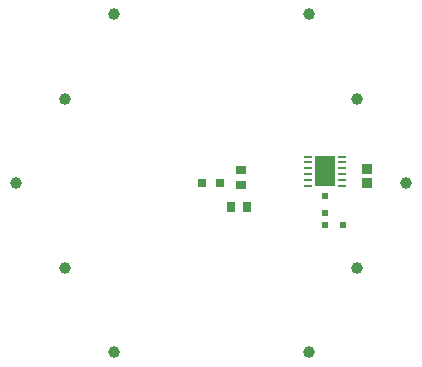
<source format=gbr>
%TF.GenerationSoftware,Altium Limited,Altium Designer,25.8.1 (18)*%
G04 Layer_Color=8421504*
%FSLAX45Y45*%
%MOMM*%
%TF.SameCoordinates,D209C50B-13B8-4165-AD63-5D07F8741E93*%
%TF.FilePolarity,Positive*%
%TF.FileFunction,Paste,Top*%
%TF.Part,Single*%
G01*
G75*
%TA.AperFunction,SMDPad,CuDef*%
%ADD10R,0.76200X0.25400*%
%ADD11R,0.64000X0.89000*%
%ADD12R,0.95000X0.80000*%
%ADD13R,1.80340X2.59080*%
%ADD14R,0.86213X0.85776*%
G04:AMPARAMS|DCode=15|XSize=1mm|YSize=1mm|CornerRadius=0.5mm|HoleSize=0mm|Usage=FLASHONLY|Rotation=120.000|XOffset=0mm|YOffset=0mm|HoleType=Round|Shape=RoundedRectangle|*
%AMROUNDEDRECTD15*
21,1,1.00000,0.00000,0,0,120.0*
21,1,0.00000,1.00000,0,0,120.0*
1,1,1.00000,0.00000,0.00000*
1,1,1.00000,0.00000,0.00000*
1,1,1.00000,0.00000,0.00000*
1,1,1.00000,0.00000,0.00000*
%
%ADD15ROUNDEDRECTD15*%
%ADD16R,0.60000X0.50000*%
%ADD17R,0.50000X0.60000*%
%ADD18R,0.80000X0.80000*%
G04:AMPARAMS|DCode=19|XSize=1mm|YSize=1mm|CornerRadius=0.5mm|HoleSize=0mm|Usage=FLASHONLY|Rotation=0.000|XOffset=0mm|YOffset=0mm|HoleType=Round|Shape=RoundedRectangle|*
%AMROUNDEDRECTD19*
21,1,1.00000,0.00000,0,0,0.0*
21,1,0.00000,1.00000,0,0,0.0*
1,1,1.00000,0.00000,0.00000*
1,1,1.00000,0.00000,0.00000*
1,1,1.00000,0.00000,0.00000*
1,1,1.00000,0.00000,0.00000*
%
%ADD19ROUNDEDRECTD19*%
G04:AMPARAMS|DCode=20|XSize=1mm|YSize=1mm|CornerRadius=0.5mm|HoleSize=0mm|Usage=FLASHONLY|Rotation=60.000|XOffset=0mm|YOffset=0mm|HoleType=Round|Shape=RoundedRectangle|*
%AMROUNDEDRECTD20*
21,1,1.00000,0.00000,0,0,60.0*
21,1,0.00000,1.00000,0,0,60.0*
1,1,1.00000,0.00000,0.00000*
1,1,1.00000,0.00000,0.00000*
1,1,1.00000,0.00000,0.00000*
1,1,1.00000,0.00000,0.00000*
%
%ADD20ROUNDEDRECTD20*%
G36*
X1045370Y91600D02*
X885030D01*
Y-17940D01*
X1045370D01*
Y91600D01*
D02*
G37*
G36*
Y221140D02*
X885030D01*
Y111600D01*
X1045370D01*
Y221140D01*
D02*
G37*
D10*
X817880Y176600D02*
D03*
X1112520D02*
D03*
X817880Y76600D02*
D03*
Y226600D02*
D03*
X1112520Y76600D02*
D03*
Y226600D02*
D03*
Y126600D02*
D03*
X817880D02*
D03*
Y26600D02*
D03*
Y-23400D02*
D03*
X1112520D02*
D03*
Y26600D02*
D03*
D11*
X164800Y-200800D02*
D03*
X304800D02*
D03*
D12*
X254000Y113300D02*
D03*
Y-11700D02*
D03*
D13*
X965200Y101600D02*
D03*
D14*
X1320800Y0D02*
D03*
Y120437D02*
D03*
D15*
X-1239014Y714008D02*
D03*
X1239010Y-716012D02*
D03*
X826008Y-1431011D02*
D03*
X-826008Y1431011D02*
D03*
D16*
X965200Y-254000D02*
D03*
Y-104000D02*
D03*
D17*
Y-355600D02*
D03*
X1115200D02*
D03*
D18*
X-75000Y0D02*
D03*
X75000D02*
D03*
D19*
X1239012Y715010D02*
D03*
X-1239012Y-715010D02*
D03*
X1651991Y0D02*
D03*
X-1651991D02*
D03*
D20*
X826008Y1431011D02*
D03*
X-826008Y-1431011D02*
D03*
%TF.MD5,c4c889dc52668257613e9533f62cf252*%
M02*

</source>
